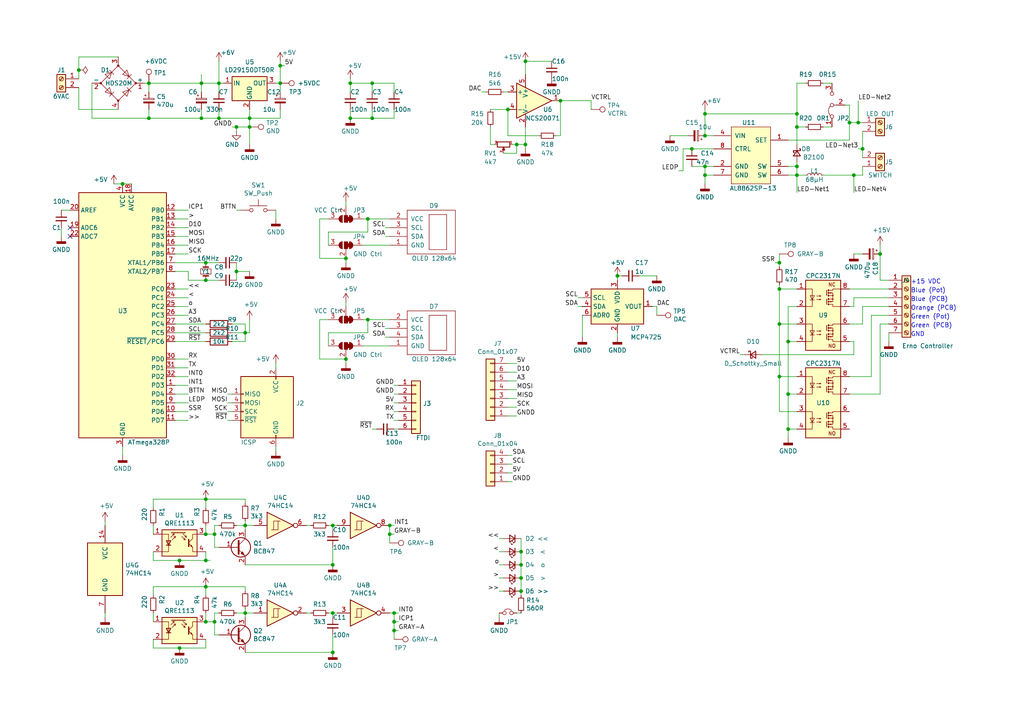
<source format=kicad_sch>
(kicad_sch (version 20211123) (generator eeschema)
  (paper "A4")
  (junction (at 81.28 24.13))
  (junction (at 114.3 177.8))
  (junction (at 114.3 180.34))
  (junction (at 43.18 34.29))
  (junction (at 72.39 36.83))
  (junction (at 228.6 99.06))
  (junction (at 59.69 144.78))
  (junction (at 59.69 170.18))
  (junction (at 231.14 50.8))
  (junction (at 226.06 76.2))
  (junction (at 113.03 154.94))
  (junction (at 101.6 34.29))
  (junction (at 59.69 162.56))
  (junction (at 204.47 33.02))
  (junction (at 231.14 33.02))
  (junction (at 96.52 177.8))
  (junction (at 226.06 83.82))
  (junction (at 22.86 20.32))
  (junction (at 107.95 24.13))
  (junction (at 248.92 35.56))
  (junction (at 151.13 163.83))
  (junction (at 147.32 31.75))
  (junction (at 151.13 160.02))
  (junction (at 52.07 187.96))
  (junction (at 162.56 29.21))
  (junction (at 204.47 39.37))
  (junction (at 59.69 76.2))
  (junction (at 107.95 34.29))
  (junction (at 247.65 50.8))
  (junction (at 106.68 63.5))
  (junction (at 59.69 154.94))
  (junction (at 231.14 48.26))
  (junction (at 152.4 17.78))
  (junction (at 68.58 36.83))
  (junction (at 71.12 152.4))
  (junction (at 226.06 109.22))
  (junction (at 62.23 180.34))
  (junction (at 226.06 93.98))
  (junction (at 151.13 171.45))
  (junction (at 71.12 177.8))
  (junction (at 35.56 53.34))
  (junction (at 151.13 167.64))
  (junction (at 96.52 152.4))
  (junction (at 100.33 74.93))
  (junction (at 100.33 104.14))
  (junction (at 179.07 80.01))
  (junction (at 58.42 34.29))
  (junction (at 62.23 154.94))
  (junction (at 101.6 24.13))
  (junction (at 152.4 41.91))
  (junction (at 231.14 36.83))
  (junction (at 113.03 152.4))
  (junction (at 59.69 180.34))
  (junction (at 71.12 96.52))
  (junction (at 149.86 41.91))
  (junction (at 72.39 34.29))
  (junction (at 63.5 34.29))
  (junction (at 250.19 43.18))
  (junction (at 114.3 182.88))
  (junction (at 52.07 162.56))
  (junction (at 204.47 50.8))
  (junction (at 204.47 48.26))
  (junction (at 96.52 163.83))
  (junction (at 58.42 24.13))
  (junction (at 96.52 189.23))
  (junction (at 59.69 81.28))
  (junction (at 255.27 73.66))
  (junction (at 246.38 35.56))
  (junction (at 63.5 24.13))
  (junction (at 228.6 114.3))
  (junction (at 200.66 43.18))
  (junction (at 81.28 19.05))
  (junction (at 106.68 92.71))
  (junction (at 68.58 78.74))
  (junction (at 43.18 24.13))
  (junction (at 228.6 124.46))
  (no_connect (at 20.32 68.58))
  (no_connect (at 20.32 66.04))
  (wire (pts (xy 148.59 41.91) (xy 149.86 41.91)))
  (wire (pts (xy 204.47 48.26) (xy 207.01 48.26)))
  (wire (pts (xy 71.12 152.4) (xy 71.12 151.13)))
  (wire (pts (xy 68.58 177.8) (xy 71.12 177.8)))
  (wire (pts (xy 58.42 31.75) (xy 58.42 34.29)))
  (wire (pts (xy 81.28 24.13) (xy 81.28 26.67)))
  (wire (pts (xy 44.45 180.34) (xy 44.45 177.8)))
  (wire (pts (xy 200.66 43.18) (xy 198.12 43.18)))
  (wire (pts (xy 160.02 17.78) (xy 152.4 17.78)))
  (wire (pts (xy 204.47 53.34) (xy 204.47 50.8)))
  (wire (pts (xy 246.38 114.3) (xy 255.27 114.3)))
  (wire (pts (xy 231.14 114.3) (xy 228.6 114.3)))
  (wire (pts (xy 67.31 93.98) (xy 71.12 93.98)))
  (wire (pts (xy 111.76 68.58) (xy 113.03 68.58)))
  (wire (pts (xy 95.25 152.4) (xy 96.52 152.4)))
  (wire (pts (xy 114.3 182.88) (xy 114.3 185.42)))
  (wire (pts (xy 250.19 48.26) (xy 250.19 50.8)))
  (wire (pts (xy 67.31 96.52) (xy 71.12 96.52)))
  (wire (pts (xy 50.8 116.84) (xy 54.61 116.84)))
  (wire (pts (xy 101.6 31.75) (xy 101.6 34.29)))
  (wire (pts (xy 214.63 102.87) (xy 215.9 102.87)))
  (wire (pts (xy 81.28 19.05) (xy 82.55 19.05)))
  (wire (pts (xy 88.9 152.4) (xy 90.17 152.4)))
  (wire (pts (xy 81.28 31.75) (xy 81.28 34.29)))
  (wire (pts (xy 247.65 55.88) (xy 247.65 50.8)))
  (wire (pts (xy 71.12 177.8) (xy 71.12 176.53)))
  (wire (pts (xy 231.14 41.91) (xy 231.14 36.83)))
  (wire (pts (xy 147.32 110.49) (xy 149.86 110.49)))
  (wire (pts (xy 139.7 26.67) (xy 140.97 26.67)))
  (wire (pts (xy 68.58 152.4) (xy 71.12 152.4)))
  (wire (pts (xy 59.69 170.18) (xy 71.12 170.18)))
  (wire (pts (xy 58.42 21.59) (xy 58.42 24.13)))
  (wire (pts (xy 59.69 76.2) (xy 63.5 76.2)))
  (wire (pts (xy 35.56 129.54) (xy 35.56 132.08)))
  (wire (pts (xy 179.07 96.52) (xy 179.07 97.79)))
  (wire (pts (xy 226.06 93.98) (xy 226.06 83.82)))
  (wire (pts (xy 226.06 73.66) (xy 226.06 76.2)))
  (wire (pts (xy 114.3 177.8) (xy 114.3 180.34)))
  (wire (pts (xy 68.58 78.74) (xy 68.58 81.28)))
  (wire (pts (xy 228.6 40.64) (xy 246.38 40.64)))
  (wire (pts (xy 101.6 34.29) (xy 107.95 34.29)))
  (wire (pts (xy 107.95 124.46) (xy 109.22 124.46)))
  (wire (pts (xy 22.86 20.32) (xy 22.86 16.51)))
  (wire (pts (xy 151.13 167.64) (xy 151.13 171.45)))
  (wire (pts (xy 149.86 177.8) (xy 151.13 177.8)))
  (wire (pts (xy 144.78 156.21) (xy 146.05 156.21)))
  (wire (pts (xy 71.12 163.83) (xy 96.52 163.83)))
  (wire (pts (xy 30.48 177.8) (xy 30.48 179.07)))
  (wire (pts (xy 247.65 99.06) (xy 247.65 102.87)))
  (wire (pts (xy 68.58 78.74) (xy 72.39 78.74)))
  (wire (pts (xy 204.47 50.8) (xy 207.01 50.8)))
  (wire (pts (xy 64.77 24.13) (xy 63.5 24.13)))
  (wire (pts (xy 111.76 97.79) (xy 113.03 97.79)))
  (wire (pts (xy 17.78 60.96) (xy 20.32 60.96)))
  (wire (pts (xy 231.14 36.83) (xy 231.14 33.02)))
  (wire (pts (xy 50.8 88.9) (xy 54.61 88.9)))
  (wire (pts (xy 44.45 154.94) (xy 44.45 152.4)))
  (wire (pts (xy 72.39 36.83) (xy 72.39 41.91)))
  (wire (pts (xy 247.65 86.36) (xy 247.65 88.9)))
  (wire (pts (xy 144.78 163.83) (xy 146.05 163.83)))
  (wire (pts (xy 238.76 36.83) (xy 241.3 36.83)))
  (wire (pts (xy 228.6 114.3) (xy 228.6 124.46)))
  (wire (pts (xy 171.45 29.21) (xy 171.45 31.75)))
  (wire (pts (xy 246.38 88.9) (xy 247.65 88.9)))
  (wire (pts (xy 241.3 24.13) (xy 238.76 24.13)))
  (wire (pts (xy 52.07 162.56) (xy 59.69 162.56)))
  (wire (pts (xy 114.3 119.38) (xy 115.57 119.38)))
  (wire (pts (xy 50.8 109.22) (xy 54.61 109.22)))
  (wire (pts (xy 142.24 31.75) (xy 147.32 31.75)))
  (wire (pts (xy 95.25 63.5) (xy 92.71 63.5)))
  (wire (pts (xy 105.41 63.5) (xy 106.68 63.5)))
  (wire (pts (xy 247.65 73.66) (xy 250.19 73.66)))
  (wire (pts (xy 50.8 119.38) (xy 54.61 119.38)))
  (wire (pts (xy 106.68 67.31) (xy 106.68 63.5)))
  (wire (pts (xy 233.68 36.83) (xy 231.14 36.83)))
  (wire (pts (xy 247.65 50.8) (xy 250.19 50.8)))
  (wire (pts (xy 114.3 121.92) (xy 115.57 121.92)))
  (wire (pts (xy 180.34 80.01) (xy 179.07 80.01)))
  (wire (pts (xy 231.14 55.88) (xy 231.14 50.8)))
  (wire (pts (xy 81.28 19.05) (xy 81.28 24.13)))
  (wire (pts (xy 246.38 35.56) (xy 248.92 35.56)))
  (wire (pts (xy 71.12 144.78) (xy 59.69 144.78)))
  (wire (pts (xy 71.12 144.78) (xy 71.12 146.05)))
  (wire (pts (xy 204.47 39.37) (xy 207.01 39.37)))
  (wire (pts (xy 147.32 132.08) (xy 148.59 132.08)))
  (wire (pts (xy 101.6 24.13) (xy 107.95 24.13)))
  (wire (pts (xy 151.13 156.21) (xy 151.13 160.02)))
  (wire (pts (xy 204.47 50.8) (xy 204.47 48.26)))
  (wire (pts (xy 52.07 187.96) (xy 59.69 187.96)))
  (wire (pts (xy 95.25 96.52) (xy 106.68 96.52)))
  (wire (pts (xy 72.39 36.83) (xy 68.58 36.83)))
  (wire (pts (xy 54.61 78.74) (xy 54.61 81.28)))
  (wire (pts (xy 189.23 88.9) (xy 190.5 88.9)))
  (wire (pts (xy 147.32 134.62) (xy 148.59 134.62)))
  (wire (pts (xy 95.25 71.12) (xy 95.25 67.31)))
  (wire (pts (xy 35.56 53.34) (xy 33.02 53.34)))
  (wire (pts (xy 62.23 177.8) (xy 62.23 180.34)))
  (wire (pts (xy 68.58 60.96) (xy 69.85 60.96)))
  (wire (pts (xy 162.56 29.21) (xy 171.45 29.21)))
  (wire (pts (xy 50.8 99.06) (xy 59.69 99.06)))
  (wire (pts (xy 44.45 187.96) (xy 52.07 187.96)))
  (wire (pts (xy 115.57 180.34) (xy 114.3 180.34)))
  (wire (pts (xy 147.32 107.95) (xy 149.86 107.95)))
  (wire (pts (xy 194.31 39.37) (xy 199.39 39.37)))
  (wire (pts (xy 59.69 162.56) (xy 59.69 160.02)))
  (wire (pts (xy 26.67 24.13) (xy 26.67 34.29)))
  (wire (pts (xy 255.27 114.3) (xy 255.27 93.98)))
  (wire (pts (xy 247.65 86.36) (xy 257.81 86.36)))
  (wire (pts (xy 111.76 95.25) (xy 113.03 95.25)))
  (wire (pts (xy 228.6 99.06) (xy 231.14 99.06)))
  (wire (pts (xy 114.3 24.13) (xy 114.3 26.67)))
  (wire (pts (xy 105.41 71.12) (xy 113.03 71.12)))
  (wire (pts (xy 96.52 153.67) (xy 96.52 152.4)))
  (wire (pts (xy 22.86 16.51) (xy 34.29 16.51)))
  (wire (pts (xy 149.86 41.91) (xy 152.4 41.91)))
  (wire (pts (xy 50.8 104.14) (xy 54.61 104.14)))
  (wire (pts (xy 105.41 92.71) (xy 106.68 92.71)))
  (wire (pts (xy 80.01 129.54) (xy 80.01 130.81)))
  (wire (pts (xy 71.12 93.98) (xy 71.12 96.52)))
  (wire (pts (xy 22.86 22.86) (xy 22.86 20.32)))
  (wire (pts (xy 50.8 93.98) (xy 59.69 93.98)))
  (wire (pts (xy 228.6 50.8) (xy 231.14 50.8)))
  (wire (pts (xy 63.5 24.13) (xy 63.5 26.67)))
  (wire (pts (xy 147.32 39.37) (xy 147.32 31.75)))
  (wire (pts (xy 168.91 91.44) (xy 168.91 97.79)))
  (wire (pts (xy 179.07 80.01) (xy 179.07 81.28)))
  (wire (pts (xy 43.18 26.67) (xy 43.18 24.13)))
  (wire (pts (xy 255.27 71.12) (xy 255.27 73.66)))
  (wire (pts (xy 168.91 88.9) (xy 167.64 88.9)))
  (wire (pts (xy 228.6 99.06) (xy 228.6 114.3)))
  (wire (pts (xy 252.73 109.22) (xy 252.73 91.44)))
  (wire (pts (xy 246.38 30.48) (xy 246.38 35.56)))
  (wire (pts (xy 146.05 44.45) (xy 149.86 44.45)))
  (wire (pts (xy 92.71 104.14) (xy 100.33 104.14)))
  (wire (pts (xy 50.8 78.74) (xy 54.61 78.74)))
  (wire (pts (xy 246.38 109.22) (xy 252.73 109.22)))
  (wire (pts (xy 44.45 185.42) (xy 44.45 187.96)))
  (wire (pts (xy 50.8 91.44) (xy 54.61 91.44)))
  (wire (pts (xy 63.5 177.8) (xy 62.23 177.8)))
  (wire (pts (xy 250.19 43.18) (xy 250.19 45.72)))
  (wire (pts (xy 248.92 29.21) (xy 248.92 35.56)))
  (wire (pts (xy 107.95 34.29) (xy 107.95 31.75)))
  (wire (pts (xy 92.71 92.71) (xy 92.71 104.14)))
  (wire (pts (xy 63.5 34.29) (xy 72.39 34.29)))
  (wire (pts (xy 54.61 81.28) (xy 59.69 81.28)))
  (wire (pts (xy 231.14 50.8) (xy 233.68 50.8)))
  (wire (pts (xy 250.19 88.9) (xy 250.19 93.98)))
  (wire (pts (xy 200.66 48.26) (xy 204.47 48.26)))
  (wire (pts (xy 113.03 177.8) (xy 114.3 177.8)))
  (wire (pts (xy 66.04 121.92) (xy 67.31 121.92)))
  (wire (pts (xy 231.14 24.13) (xy 231.14 33.02)))
  (wire (pts (xy 80.01 105.41) (xy 80.01 106.68)))
  (wire (pts (xy 226.06 82.55) (xy 226.06 83.82)))
  (wire (pts (xy 59.69 180.34) (xy 62.23 180.34)))
  (wire (pts (xy 113.03 154.94) (xy 114.3 154.94)))
  (wire (pts (xy 226.06 119.38) (xy 231.14 119.38)))
  (wire (pts (xy 67.31 99.06) (xy 71.12 99.06)))
  (wire (pts (xy 50.8 68.58) (xy 54.61 68.58)))
  (wire (pts (xy 162.56 29.21) (xy 162.56 39.37)))
  (wire (pts (xy 95.25 67.31) (xy 106.68 67.31)))
  (wire (pts (xy 106.68 92.71) (xy 113.03 92.71)))
  (wire (pts (xy 80.01 60.96) (xy 80.01 63.5)))
  (wire (pts (xy 152.4 41.91) (xy 152.4 43.18)))
  (wire (pts (xy 152.4 17.78) (xy 152.4 21.59)))
  (wire (pts (xy 252.73 91.44) (xy 257.81 91.44)))
  (wire (pts (xy 63.5 31.75) (xy 63.5 34.29)))
  (wire (pts (xy 71.12 153.67) (xy 71.12 152.4)))
  (wire (pts (xy 62.23 184.15) (xy 63.5 184.15)))
  (wire (pts (xy 257.81 88.9) (xy 250.19 88.9)))
  (wire (pts (xy 226.06 83.82) (xy 231.14 83.82)))
  (wire (pts (xy 41.91 24.13) (xy 43.18 24.13)))
  (wire (pts (xy 106.68 96.52) (xy 106.68 92.71)))
  (wire (pts (xy 114.3 114.3) (xy 115.57 114.3)))
  (wire (pts (xy 44.45 147.32) (xy 44.45 144.78)))
  (wire (pts (xy 246.38 99.06) (xy 247.65 99.06)))
  (wire (pts (xy 226.06 109.22) (xy 231.14 109.22)))
  (wire (pts (xy 204.47 33.02) (xy 231.14 33.02)))
  (wire (pts (xy 96.52 184.15) (xy 96.52 189.23)))
  (wire (pts (xy 226.06 93.98) (xy 231.14 93.98)))
  (wire (pts (xy 224.79 76.2) (xy 226.06 76.2)))
  (wire (pts (xy 50.8 71.12) (xy 54.61 71.12)))
  (wire (pts (xy 96.52 158.75) (xy 96.52 163.83)))
  (wire (pts (xy 59.69 170.18) (xy 59.69 172.72)))
  (wire (pts (xy 58.42 34.29) (xy 63.5 34.29)))
  (wire (pts (xy 100.33 58.42) (xy 100.33 59.69)))
  (wire (pts (xy 95.25 177.8) (xy 96.52 177.8)))
  (wire (pts (xy 50.8 111.76) (xy 54.61 111.76)))
  (wire (pts (xy 50.8 106.68) (xy 54.61 106.68)))
  (wire (pts (xy 246.38 83.82) (xy 257.81 83.82)))
  (wire (pts (xy 246.38 35.56) (xy 246.38 40.64)))
  (wire (pts (xy 147.32 118.11) (xy 149.86 118.11)))
  (wire (pts (xy 44.45 144.78) (xy 59.69 144.78)))
  (wire (pts (xy 60.96 162.56) (xy 59.69 162.56)))
  (wire (pts (xy 190.5 91.44) (xy 190.5 88.9)))
  (wire (pts (xy 250.19 38.1) (xy 250.19 43.18)))
  (wire (pts (xy 44.45 162.56) (xy 52.07 162.56)))
  (wire (pts (xy 50.8 114.3) (xy 54.61 114.3)))
  (wire (pts (xy 17.78 66.04) (xy 17.78 68.58)))
  (wire (pts (xy 228.6 124.46) (xy 231.14 124.46)))
  (wire (pts (xy 114.3 34.29) (xy 114.3 31.75)))
  (wire (pts (xy 144.78 177.8) (xy 144.78 179.07)))
  (wire (pts (xy 71.12 177.8) (xy 73.66 177.8)))
  (wire (pts (xy 68.58 76.2) (xy 68.58 78.74)))
  (wire (pts (xy 92.71 63.5) (xy 92.71 74.93)))
  (wire (pts (xy 50.8 96.52) (xy 59.69 96.52)))
  (wire (pts (xy 255.27 73.66) (xy 255.27 81.28)))
  (wire (pts (xy 107.95 24.13) (xy 114.3 24.13)))
  (wire (pts (xy 50.8 121.92) (xy 54.61 121.92)))
  (wire (pts (xy 147.32 139.7) (xy 148.59 139.7)))
  (wire (pts (xy 72.39 31.75) (xy 72.39 34.29)))
  (wire (pts (xy 168.91 86.36) (xy 167.64 86.36)))
  (wire (pts (xy 231.14 50.8) (xy 231.14 48.26)))
  (wire (pts (xy 44.45 172.72) (xy 44.45 170.18)))
  (wire (pts (xy 226.06 76.2) (xy 226.06 77.47)))
  (wire (pts (xy 111.76 66.04) (xy 113.03 66.04)))
  (wire (pts (xy 114.3 116.84) (xy 115.57 116.84)))
  (wire (pts (xy 92.71 74.93) (xy 100.33 74.93)))
  (wire (pts (xy 67.31 36.83) (xy 68.58 36.83)))
  (wire (pts (xy 147.32 105.41) (xy 149.86 105.41)))
  (wire (pts (xy 62.23 180.34) (xy 62.23 184.15)))
  (wire (pts (xy 247.65 102.87) (xy 220.98 102.87)))
  (wire (pts (xy 72.39 96.52) (xy 72.39 92.71)))
  (wire (pts (xy 59.69 177.8) (xy 59.69 180.34)))
  (wire (pts (xy 72.39 34.29) (xy 81.28 34.29)))
  (wire (pts (xy 43.18 24.13) (xy 58.42 24.13)))
  (wire (pts (xy 114.3 180.34) (xy 114.3 182.88)))
  (wire (pts (xy 114.3 111.76) (xy 115.57 111.76)))
  (wire (pts (xy 95.25 100.33) (xy 95.25 96.52)))
  (wire (pts (xy 152.4 36.83) (xy 152.4 41.91)))
  (wire (pts (xy 231.14 88.9) (xy 228.6 88.9)))
  (wire (pts (xy 63.5 152.4) (xy 62.23 152.4)))
  (wire (pts (xy 185.42 80.01) (xy 190.5 80.01)))
  (wire (pts (xy 66.04 116.84) (xy 67.31 116.84)))
  (wire (pts (xy 50.8 63.5) (xy 54.61 63.5)))
  (wire (pts (xy 142.24 41.91) (xy 143.51 41.91)))
  (wire (pts (xy 115.57 177.8) (xy 114.3 177.8)))
  (wire (pts (xy 149.86 44.45) (xy 149.86 41.91)))
  (wire (pts (xy 63.5 17.78) (xy 63.5 24.13)))
  (wire (pts (xy 147.32 113.03) (xy 149.86 113.03)))
  (wire (pts (xy 30.48 152.4) (xy 30.48 151.13)))
  (wire (pts (xy 71.12 96.52) (xy 72.39 96.52)))
  (wire (pts (xy 147.32 120.65) (xy 149.86 120.65)))
  (wire (pts (xy 231.14 48.26) (xy 228.6 48.26)))
  (wire (pts (xy 226.06 109.22) (xy 226.06 93.98)))
  (wire (pts (xy 151.13 163.83) (xy 151.13 167.64)))
  (wire (pts (xy 71.12 189.23) (xy 96.52 189.23)))
  (wire (pts (xy 107.95 34.29) (xy 114.3 34.29)))
  (wire (pts (xy 107.95 24.13) (xy 107.95 26.67)))
  (wire (pts (xy 95.25 92.71) (xy 92.71 92.71)))
  (wire (pts (xy 62.23 152.4) (xy 62.23 154.94)))
  (wire (pts (xy 238.76 50.8) (xy 247.65 50.8)))
  (wire (pts (xy 96.52 179.07) (xy 96.52 177.8)))
  (wire (pts (xy 114.3 124.46) (xy 115.57 124.46)))
  (wire (pts (xy 101.6 26.67) (xy 101.6 24.13)))
  (wire (pts (xy 66.04 114.3) (xy 67.31 114.3)))
  (wire (pts (xy 144.78 167.64) (xy 146.05 167.64)))
  (wire (pts (xy 144.78 160.02) (xy 146.05 160.02)))
  (wire (pts (xy 59.69 81.28) (xy 63.5 81.28)))
  (wire (pts (xy 248.92 35.56) (xy 250.19 35.56)))
  (wire (pts (xy 96.52 152.4) (xy 97.79 152.4)))
  (wire (pts (xy 100.33 87.63) (xy 100.33 88.9)))
  (wire (pts (xy 106.68 63.5) (xy 113.03 63.5)))
  (wire (pts (xy 228.6 124.46) (xy 228.6 127)))
  (wire (pts (xy 257.81 81.28) (xy 255.27 81.28)))
  (wire (pts (xy 26.67 34.29) (xy 43.18 34.29)))
  (wire (pts (xy 228.6 88.9) (xy 228.6 99.06)))
  (wire (pts (xy 50.8 86.36) (xy 54.61 86.36)))
  (wire (pts (xy 151.13 171.45) (xy 151.13 172.72)))
  (wire (pts (xy 147.32 137.16) (xy 148.59 137.16)))
  (wire (pts (xy 50.8 60.96) (xy 54.61 60.96)))
  (wire (pts (xy 257.81 96.52) (xy 257.81 99.06)))
  (wire (pts (xy 151.13 160.02) (xy 151.13 163.83)))
  (wire (pts (xy 68.58 36.83) (xy 68.58 38.1)))
  (wire (pts (xy 248.92 43.18) (xy 250.19 43.18)))
  (wire (pts (xy 113.03 154.94) (xy 113.03 157.48)))
  (wire (pts (xy 59.69 144.78) (xy 59.69 147.32)))
  (wire (pts (xy 204.47 33.02) (xy 204.47 31.75)))
  (wire (pts (xy 71.12 96.52) (xy 71.12 99.06)))
  (wire (pts (xy 44.45 170.18) (xy 59.69 170.18)))
  (wire (pts (xy 144.78 171.45) (xy 146.05 171.45)))
  (wire (pts (xy 58.42 26.67) (xy 58.42 24.13)))
  (wire (pts (xy 255.27 93.98) (xy 257.81 93.98)))
  (wire (pts (xy 88.9 177.8) (xy 90.17 177.8)))
  (wire (pts (xy 72.39 36.83) (xy 72.39 34.29)))
  (wire (pts (xy 250.19 93.98) (xy 246.38 93.98)))
  (wire (pts (xy 62.23 154.94) (xy 62.23 158.75)))
  (wire (pts (xy 71.12 152.4) (xy 73.66 152.4)))
  (wire (pts (xy 231.14 24.13) (xy 233.68 24.13)))
  (wire (pts (xy 231.14 48.26) (xy 231.14 46.99)))
  (wire (pts (xy 162.56 39.37) (xy 161.29 39.37)))
  (wire (pts (xy 58.42 24.13) (xy 63.5 24.13)))
  (wire (pts (xy 50.8 73.66) (xy 54.61 73.66)))
  (wire (pts (xy 43.18 34.29) (xy 58.42 34.29)))
  (wire (pts (xy 105.41 100.33) (xy 113.03 100.33)))
  (wire (pts (xy 50.8 76.2) (xy 59.69 76.2)))
  (wire (pts (xy 96.52 177.8) (xy 97.79 177.8)))
  (wire (pts (xy 113.03 152.4) (xy 114.3 152.4)))
  (wire (pts (xy 71.12 179.07) (xy 71.12 177.8)))
  (wire (pts (xy 226.06 119.38) (xy 226.06 109.22)))
  (wire (pts (xy 115.57 182.88) (xy 114.3 182.88)))
  (wire (pts (xy 147.32 115.57) (xy 149.86 115.57)))
  (wire (pts (xy 100.33 104.14) (xy 100.33 105.41)))
  (wire (pts (xy 142.24 36.83) (xy 142.24 41.91)))
  (wire (pts (xy 22.86 25.4) (xy 22.86 31.75)))
  (wire (pts (xy 198.12 43.18) (xy 198.12 49.53)))
  (wire (pts (xy 101.6 22.86) (xy 101.6 24.13)))
  (wire (pts (xy 44.45 160.02) (xy 44.45 162.56)))
  (wire (pts (xy 59.69 187.96) (xy 59.69 185.42)))
  (wire (pts (xy 35.56 53.34) (xy 38.1 53.34)))
  (wire (pts (xy 59.69 154.94) (xy 62.23 154.94)))
  (wire (pts (xy 22.86 31.75) (xy 34.29 31.75)))
  (wire (pts (xy 50.8 83.82) (xy 54.61 83.82)))
  (wire (pts (xy 62.23 158.75) (xy 63.5 158.75)))
  (wire (pts (xy 81.28 19.05) (xy 81.28 17.78)))
  (wire (pts (xy 204.47 33.02) (xy 204.47 39.37)))
  (wire (pts (xy 198.12 49.53) (xy 196.85 49.53)))
  (wire (pts (xy 156.21 39.37) (xy 147.32 39.37)))
  (wire (pts (xy 246.38 30.48) (xy 245.11 30.48)))
  (wire (pts (xy 50.8 66.04) (xy 54.61 66.04)))
  (wire (pts (xy 147.32 26.67) (xy 146.05 26.67)))
  (wire (pts (xy 71.12 170.18) (xy 71.12 171.45)))
  (wire (pts (xy 66.04 119.38) (xy 67.31 119.38)))
  (wire (pts (xy 100.33 74.93) (xy 100.33 76.2)))
  (wire (pts (xy 80.01 24.13) (xy 81.28 24.13)))
  (wire (pts (xy 59.69 152.4) (xy 59.69 154.94)))
  (wire (pts (xy 43.18 31.75) (xy 43.18 34.29)))
  (wire (pts (xy 200.66 43.18) (xy 207.01 43.18)))
  (wire (pts (xy 113.03 152.4) (xy 113.03 154.94)))
  (text "GND" (at 264.16 97.79 0) (effects (font (size 1.27 1.27)) (justify left bottom)))
  (text "+15 VDC" (at 264.16 82.55 0) (effects (font (size 1.27 1.27)) (justify left bottom)))
  (text "Green (PCB)" (at 264.16 95.25 0) (effects (font (size 1.27 1.27)) (justify left bottom)))
  (text "Blue (Pot)" (at 264.16 85.09 0) (effects (font (size 1.27 1.27)) (justify left bottom)))
  (text "Green (Pot)" (at 264.16 92.71 0) (effects (font (size 1.27 1.27)) (justify left bottom)))
  (text "Orange (PCB)" (at 264.16 90.17 0) (effects (font (size 1.27 1.27)) (justify left bottom)))
  (text "Blue (PCB)" (at 264.16 87.63 0) (effects (font (size 1.27 1.27)) (justify left bottom)))
  (label "LED-Net1" (at 231.14 55.88 0))
  (label "GNDD" (at 149.86 120.65 0))
  (label "5V" (at 114.3 116.84 180))
  (label "MOSI" (at 149.86 113.03 0))
  (label "INT1" (at 114.3 152.4 0))
  (label "LED-Net3" (at 248.92 43.18 180))
  (label "LEDP" (at 196.85 49.53 180))
  (label "GNDD" (at 114.3 114.3 180))
  (label "5V" (at 148.59 137.16 0))
  (label "TX" (at 114.3 121.92 180))
  (label "GRAY-A" (at 115.57 182.88 0))
  (label "SDA" (at 54.61 93.98 0))
  (label "RX" (at 54.61 104.14 0))
  (label ">>" (at 54.61 121.92 0))
  (label "ICP1" (at 115.57 180.34 0))
  (label "o" (at 144.78 163.83 180))
  (label "<" (at 54.61 86.36 0))
  (label "<<" (at 54.61 83.82 0))
  (label "5V" (at 149.86 105.41 0))
  (label "D10" (at 54.61 66.04 0))
  (label "SCL" (at 148.59 134.62 0))
  (label "BTTN" (at 68.58 60.96 180))
  (label "SSR" (at 54.61 119.38 0))
  (label "LEDP" (at 54.61 116.84 0))
  (label "MOSI" (at 54.61 68.58 0))
  (label "SDA" (at 148.59 132.08 0))
  (label "<" (at 144.78 160.02 180))
  (label ">" (at 144.78 167.64 180))
  (label "MOSI" (at 66.04 116.84 180))
  (label "TX" (at 54.61 106.68 0))
  (label "SDA" (at 111.76 97.79 180))
  (label "o" (at 54.61 88.9 0))
  (label "LED-Net2" (at 248.92 29.21 0))
  (label "D10" (at 149.86 107.95 0))
  (label "SCL" (at 167.64 86.36 180))
  (label "SCL" (at 54.61 96.52 0))
  (label "A3" (at 149.86 110.49 0))
  (label "MISO" (at 66.04 114.3 180))
  (label "GNDD" (at 114.3 111.76 180))
  (label "ICP1" (at 54.61 60.96 0))
  (label "~{RST}" (at 107.95 124.46 180))
  (label "GRAY-B" (at 114.3 154.94 0))
  (label "SSR" (at 224.79 76.2 180))
  (label "SCK" (at 149.86 118.11 0))
  (label "SCK" (at 66.04 119.38 180))
  (label "SDA" (at 111.76 68.58 180))
  (label "DAC" (at 190.5 88.9 0))
  (label "SDA" (at 167.64 88.9 180))
  (label "~{RST}" (at 54.61 99.06 0))
  (label "INT0" (at 54.61 109.22 0))
  (label "A3" (at 54.61 91.44 0))
  (label "INT0" (at 115.57 177.8 0))
  (label "SCL" (at 111.76 95.25 180))
  (label "MISO" (at 149.86 115.57 0))
  (label "5V" (at 82.55 19.05 0))
  (label "GNDD" (at 67.31 36.83 180))
  (label "RX" (at 114.3 119.38 180))
  (label ">" (at 54.61 63.5 0))
  (label "SCK" (at 54.61 73.66 0))
  (label ">>" (at 144.78 171.45 180))
  (label "INT1" (at 54.61 111.76 0))
  (label "SCL" (at 111.76 66.04 180))
  (label "BTTN" (at 54.61 114.3 0))
  (label "DAC" (at 139.7 26.67 180))
  (label "<<" (at 144.78 156.21 180))
  (label "LED-Net4" (at 247.65 55.88 0))
  (label "~{RST}" (at 66.04 121.92 180))
  (label "MISO" (at 54.61 71.12 0))
  (label "VCTRL" (at 171.45 29.21 0))
  (label "GNDD" (at 148.59 139.7 0))
  (label "VCTRL" (at 214.63 102.87 180))
  (symbol (lib_id "Connector_Generic:Conn_01x07") (at 142.24 113.03 180) (unit 1)
    (property "Reference" "J7" (at 144.3228 99.695 0))
    (property "Value" "Conn_01x07" (at 144.3228 102.0064 0))
    (property "Footprint" "Connector_PinSocket_2.54mm:PinSocket_1x07_P2.54mm_Vertical" (effects hide))
  )
  (symbol (lib_id "MCU_Microchip_ATmega:ATmega328P-AU") (at 35.56 91.44 0) (unit 1)
    (property "Reference" "U3" (at 35.56 90.17 0))
    (property "Value" "ATmega328P" (at 43.18 128.27 0))
    (property "Footprint" "Package_QFP:TQFP-32_7x7mm_P0.8mm" (effects hide))
    (property "Datasheet" "http://ww1.microchip.com/downloads/en/DeviceDoc/ATmega328_P%20AVR%20MCU%20with%20picoPower%20Technology%20Data%20Sheet%2040001984A.pdf" (effects hide))
  )
  (symbol (lib_id "Device:C_Small") (at 66.04 76.2 270) (unit 1)
    (property "Reference" "C8" (at 63.5 77.47 90))
    (property "Value" "22p" (at 68.58 74.93 90))
    (property "Footprint" "Capacitor_SMD:C_0805_2012Metric" (effects hide))
  )
  (symbol (lib_id "Device:C_Small") (at 66.04 81.28 90) (mirror x) (unit 1)
    (property "Reference" "C9" (at 63.5 80.01 90))
    (property "Value" "22p" (at 68.58 82.55 90))
    (property "Footprint" "Capacitor_SMD:C_0805_2012Metric" (effects hide))
  )
  (symbol (lib_id "Device:C_Small") (at 17.78 63.5 0) (unit 1)
    (property "Reference" "C1" (at 17.78 66.04 0) (effects (justify right)))
    (property "Value" "100n" (at 20.32 58.42 0) (effects (justify right)))
    (property "Footprint" "Capacitor_SMD:C_0805_2012Metric" (effects hide))
  )
  (symbol (lib_id "Device:Crystal_Small") (at 59.69 78.74 270) (unit 1)
    (property "Reference" "Y1" (at 58.42 78.74 90) (effects (justify left)))
    (property "Value" "16MHz" (at 57.15 74.93 90) (effects (justify left)))
    (property "Footprint" "Crystal:Crystal_SMD_Abracon_ABM3-2Pin_5.0x3.2mm" (effects hide))
  )
  (symbol (lib_id "power:GNDD") (at 72.39 78.74 0) (unit 1)
    (property "Reference" "#PWR010" (effects hide))
    (property "Value" "GNDD" (at 73.66 82.55 0))
  )
  (symbol (lib_id "power:GNDD") (at 17.78 68.58 0) (unit 1)
    (property "Reference" "#PWR01" (effects hide))
    (property "Value" "GNDD" (at 17.78 72.39 0))
  )
  (symbol (lib_id "power:+5V") (at 33.02 53.34 0) (unit 1)
    (property "Reference" "#PWR04" (effects hide))
    (property "Value" "+5V" (at 29.21 52.07 0))
  )
  (symbol (lib_id "power:GNDD") (at 35.56 132.08 0) (unit 1)
    (property "Reference" "#PWR07" (effects hide))
    (property "Value" "GNDD" (at 35.56 135.89 0))
  )
  (symbol (lib_id "power:+5V") (at 72.39 92.71 0) (unit 1)
    (property "Reference" "#PWR011" (effects hide))
    (property "Value" "+5V" (at 72.771 88.3158 0))
  )
  (symbol (lib_id "Device:R") (at 63.5 93.98 270) (unit 1)
    (property "Reference" "R9" (at 67.31 92.71 90))
    (property "Value" "2k2" (at 63.5 93.98 90))
    (property "Footprint" "Resistor_SMD:R_0805_2012Metric" (effects hide))
  )
  (symbol (lib_id "Device:R") (at 63.5 96.52 270) (unit 1)
    (property "Reference" "R10" (at 67.31 95.25 90))
    (property "Value" "2k2" (at 63.5 96.52 90))
    (property "Footprint" "Resistor_SMD:R_0805_2012Metric" (effects hide))
  )
  (symbol (lib_id "Device:R") (at 63.5 99.06 270) (unit 1)
    (property "Reference" "R11" (at 67.31 97.79 90))
    (property "Value" "10k" (at 63.5 99.06 90))
    (property "Footprint" "Resistor_SMD:R_0805_2012Metric" (effects hide))
  )
  (symbol (lib_id "Device:C_Small") (at 63.5 29.21 0) (unit 1)
    (property "Reference" "C7" (at 64.77 26.67 0))
    (property "Value" "330n" (at 62.23 31.75 0))
    (property "Footprint" "Capacitor_SMD:C_0805_2012Metric" (effects hide))
  )
  (symbol (lib_id "power:+5V") (at 81.28 17.78 0) (unit 1)
    (property "Reference" "#PWR016" (effects hide))
    (property "Value" "+5V" (at 83.82 15.24 0))
  )
  (symbol (lib_id "power:GNDD") (at 72.39 41.91 0) (unit 1)
    (property "Reference" "#PWR012" (effects hide))
    (property "Value" "GNDD" (at 72.39 45.72 0))
  )
  (symbol (lib_id "Device:CP_Small") (at 43.18 29.21 0) (unit 1)
    (property "Reference" "C5" (at 45.4152 28.0416 0) (effects (justify left)))
    (property "Value" "470u" (at 45.4152 30.353 0) (effects (justify left)))
    (property "Footprint" "Capacitor_SMD:CP_Elec_10x10" (effects hide))
    (property "Datasheet" "https://www.mouser.de/datasheet/2/293/e-wd-1511808.pdf" (effects hide))
  )
  (symbol (lib_id "Device:CP_Small") (at 58.42 29.21 0) (unit 1)
    (property "Reference" "C6" (at 54.61 26.67 0) (effects (justify left)))
    (property "Value" "100u" (at 53.34 31.75 0) (effects (justify left)))
    (property "Footprint" "Capacitor_SMD:CP_Elec_8x10.5" (effects hide))
  )
  (symbol (lib_id "74xx:74HC14") (at 81.28 177.8 0) (unit 1)
    (property "Reference" "U4" (at 81.28 169.7482 0))
    (property "Value" "74HC14" (at 81.28 172.0596 0))
    (property "Footprint" "Package_SO:SOIC-14_3.9x8.7mm_P1.27mm" (effects hide))
    (property "Datasheet" "https://www.mouser.de/datasheet/2/916/74HC_HCT14-1517185.pdf" (effects hide))
  )
  (symbol (lib_id "74xx:74HC14") (at 105.41 177.8 0) (unit 2)
    (property "Reference" "U4" (at 105.41 169.7482 0))
    (property "Value" "74HC14" (at 105.41 172.0596 0))
    (property "Footprint" "Package_SO:SOIC-14_3.9x8.7mm_P1.27mm" (effects hide))
    (property "Datasheet" "https://www.mouser.de/datasheet/2/916/74HC_HCT14-1517185.pdf" (effects hide))
  )
  (symbol (lib_id "Sensor_Proximity:QRE1113") (at 52.07 182.88 0) (unit 1)
    (property "Reference" "U2" (at 52.07 174.8282 0))
    (property "Value" "QRE1113" (at 52.07 177.1396 0))
    (property "Footprint" "ErnoCCC:QRE1113GR-slim" (effects hide))
    (property "Datasheet" "http://www.onsemi.com/pub/Collateral/QRE1113-D.PDF" (effects hide))
  )
  (symbol (lib_id "Connector_Generic:Conn_01x06") (at 120.65 116.84 0) (unit 1)
    (property "Reference" "J3" (at 122.682 117.0432 0) (effects (justify left)))
    (property "Value" "FTDI" (at 120.65 127 0) (effects (justify left)))
    (property "Footprint" "Connector_PinHeader_2.54mm:PinHeader_1x06_P2.54mm_Horizontal_shorter" (effects hide))
  )
  (symbol (lib_id "power:GND") (at 68.58 38.1 0) (unit 1)
    (property "Reference" "#PWR0101" (effects hide))
    (property "Value" "GND" (at 67.31 41.91 0))
  )
  (symbol (lib_id "Device:R_Small") (at 44.45 175.26 0) (unit 1)
    (property "Reference" "R2" (at 46.99 175.26 90) (effects (justify left)))
    (property "Value" "220" (at 41.91 176.53 90) (effects (justify left)))
    (property "Footprint" "Resistor_SMD:R_0805_2012Metric" (effects hide))
  )
  (symbol (lib_id "Device:R_Small") (at 59.69 175.26 0) (unit 1)
    (property "Reference" "R4" (at 57.15 175.26 90) (effects (justify left)))
    (property "Value" "47k" (at 62.23 176.53 90) (effects (justify left)))
    (property "Footprint" "Resistor_SMD:R_0805_2012Metric" (effects hide))
  )
  (symbol (lib_id "power:GNDD") (at 52.07 187.96 0) (unit 1)
    (property "Reference" "#PWR03" (effects hide))
    (property "Value" "GNDD" (at 52.07 191.77 0))
  )
  (symbol (lib_id "power:+5V") (at 59.69 170.18 0) (unit 1)
    (property "Reference" "#PWR06" (effects hide))
    (property "Value" "+5V" (at 60.071 165.7858 0))
  )
  (symbol (lib_id "Sensor_Proximity:QRE1113") (at 52.07 157.48 0) (unit 1)
    (property "Reference" "U1" (at 52.07 149.4282 0))
    (property "Value" "QRE1113" (at 52.07 151.7396 0))
    (property "Footprint" "ErnoCCC:QRE1113GR-slim" (effects hide))
    (property "Datasheet" "http://www.onsemi.com/pub/Collateral/QRE1113-D.PDF" (effects hide))
  )
  (symbol (lib_id "Device:R_Small") (at 44.45 149.86 0) (unit 1)
    (property "Reference" "R1" (at 46.99 149.86 90) (effects (justify left)))
    (property "Value" "220" (at 41.91 151.13 90) (effects (justify left)))
    (property "Footprint" "Resistor_SMD:R_0805_2012Metric" (effects hide))
  )
  (symbol (lib_id "Device:R_Small") (at 59.69 149.86 0) (unit 1)
    (property "Reference" "R3" (at 57.15 149.86 90) (effects (justify left)))
    (property "Value" "47k" (at 62.23 151.13 90) (effects (justify left)))
    (property "Footprint" "Resistor_SMD:R_0805_2012Metric" (effects hide))
  )
  (symbol (lib_id "power:GNDD") (at 52.07 162.56 0) (unit 1)
    (property "Reference" "#PWR02" (effects hide))
    (property "Value" "GNDD" (at 52.07 166.37 0))
  )
  (symbol (lib_id "power:+5V") (at 59.69 144.78 0) (unit 1)
    (property "Reference" "#PWR05" (effects hide))
    (property "Value" "+5V" (at 60.071 140.3858 0))
  )
  (symbol (lib_id "Connector:TestPoint") (at 81.28 24.13 270) (unit 1)
    (property "Reference" "TP3" (at 83.82 26.67 90) (effects (justify left)))
    (property "Value" "+5VDC" (at 86.36 24.13 90) (effects (justify left)))
    (property "Footprint" "TestPoint:TestPoint_THTPad_D1.5mm_Drill0.7mm" (effects hide))
  )
  (symbol (lib_id "Device:C_Small") (at 111.76 124.46 270) (unit 1)
    (property "Reference" "C13" (at 115.57 125.73 90) (effects (justify right)))
    (property "Value" "100n" (at 116.84 128.27 90) (effects (justify right)))
    (property "Footprint" "Capacitor_SMD:C_0805_2012Metric" (effects hide))
  )
  (symbol (lib_id "Connector:TestPoint") (at 43.18 24.13 0) (unit 1)
    (property "Reference" "TP1" (at 44.6532 21.1328 0) (effects (justify left)))
    (property "Value" "+6VDC" (at 41.91 17.78 0) (effects (justify left)))
    (property "Footprint" "TestPoint:TestPoint_THTPad_D1.5mm_Drill0.7mm" (effects hide))
  )
  (symbol (lib_id "Connector:Screw_Terminal_01x02") (at 17.78 22.86 0) (mirror y) (unit 1)
    (property "Reference" "J1" (at 17.78 20.32 0))
    (property "Value" "6VAC" (at 17.78 27.94 0))
    (property "Footprint" "TerminalBlock:TerminalBlock_bornier-2_P5.08mm" (effects hide))
  )
  (symbol (lib_id "Connector:TestPoint") (at 72.39 36.83 270) (unit 1)
    (property "Reference" "TP2" (at 77.1652 35.6616 90) (effects (justify left)))
    (property "Value" "GND" (at 77.1652 37.973 90) (effects (justify left)))
    (property "Footprint" "TestPoint:TestPoint_THTPad_2.0x2.0mm_Drill1.0mm" (effects hide))
  )
  (symbol (lib_id "Device:CP_Small") (at 252.73 73.66 270) (unit 1)
    (property "Reference" "C18" (at 253.8984 75.8952 0) (effects (justify left)))
    (property "Value" "470u" (at 251.587 75.8952 0) (effects (justify left)))
    (property "Footprint" "Capacitor_SMD:CP_Elec_10x10" (effects hide))
    (property "Datasheet" "https://www.mouser.de/datasheet/2/293/e-wd-1511808.pdf" (effects hide))
  )
  (symbol (lib_id "power:GNDD") (at 247.65 73.66 0) (unit 1)
    (property "Reference" "#PWR034" (effects hide))
    (property "Value" "GNDD" (at 247.65 77.47 0))
  )
  (symbol (lib_id "ErnoCCC-rescue:NCS20071-Amplifier_Operational") (at 154.94 29.21 0) (unit 1)
    (property "Reference" "U6" (at 157.48 31.75 0) (effects (justify left)))
    (property "Value" "NCS20071" (at 152.4 34.29 0) (effects (justify left)))
    (property "Footprint" "Package_TO_SOT_SMD:TSOT-23-5" (effects hide))
    (property "Datasheet" "https://www.mouser.de/datasheet/2/308/NCS20071-D-470030.pdf" (effects hide))
  )
  (symbol (lib_id "Device:R_Small") (at 158.75 39.37 270) (unit 1)
    (property "Reference" "R18" (at 158.75 41.91 90))
    (property "Value" "47k" (at 158.75 44.45 90))
    (property "Footprint" "Resistor_SMD:R_0805_2012Metric" (effects hide))
  )
  (symbol (lib_id "Device:R_Small") (at 142.24 34.29 180) (unit 1)
    (property "Reference" "R15" (at 138.43 33.02 0))
    (property "Value" "20k" (at 138.43 35.56 0))
    (property "Footprint" "Resistor_SMD:R_0805_2012Metric" (effects hide))
  )
  (symbol (lib_id "Device:R_POT_Small") (at 146.05 41.91 270) (unit 1)
    (property "Reference" "RV1" (at 142.24 44.45 90))
    (property "Value" "4k7" (at 142.24 46.99 90))
    (property "Footprint" "Potentiometer_THT:Potentiometer_Bourns_3296W_Vertical" (effects hide))
  )
  (symbol (lib_id "Connector:AVR-ISP-6") (at 77.47 119.38 0) (mirror y) (unit 1)
    (property "Reference" "J2" (at 85.852 116.9416 0) (effects (justify right)))
    (property "Value" "ICSP" (at 69.85 128.27 0) (effects (justify right)))
    (property "Footprint" "Connector_PinHeader_2.54mm:PinHeader_2x03_P2.54mm_Vertical" (effects hide))
    (property "Datasheet" " ~" (effects hide))
  )
  (symbol (lib_id "power:GNDD") (at 152.4 43.18 0) (unit 1)
    (property "Reference" "#PWR020" (effects hide))
    (property "Value" "GNDD" (at 152.4 46.99 0))
  )
  (symbol (lib_id "power:GNDD") (at 80.01 130.81 0) (unit 1)
    (property "Reference" "#PWR015" (effects hide))
    (property "Value" "GNDD" (at 80.01 134.62 0))
  )
  (symbol (lib_id "power:+5V") (at 80.01 105.41 0) (unit 1)
    (property "Reference" "#PWR014" (effects hide))
    (property "Value" "+5V" (at 76.2 104.14 0))
  )
  (symbol (lib_id "Device:C_Small") (at 101.6 29.21 0) (unit 1)
    (property "Reference" "C2" (at 101.6 26.67 0) (effects (justify left)))
    (property "Value" "100n" (at 101.6 31.75 0) (effects (justify left)))
    (property "Footprint" "Capacitor_SMD:C_0805_2012Metric" (effects hide))
  )
  (symbol (lib_id "power:GNDD") (at 101.6 34.29 0) (unit 1)
    (property "Reference" "#PWR018" (effects hide))
    (property "Value" "GNDD" (at 101.6 38.1 0))
  )
  (symbol (lib_id "Jumper:SolderJumper_3_Bridged12") (at 100.33 63.5 180) (unit 1)
    (property "Reference" "JP3" (at 104.14 60.96 0))
    (property "Value" "VCC Ctrl" (at 95.25 60.96 0))
    (property "Footprint" "Jumper:SolderJumper-3_P1.3mm_Bridged12_RoundedPad1.0x1.5mm" (effects hide))
  )
  (symbol (lib_id "Analog_DAC:MCP4725") (at 179.07 88.9 0) (unit 1)
    (property "Reference" "U7" (at 182.88 95.25 0) (effects (justify left)))
    (property "Value" "MCP4725" (at 182.88 97.79 0) (effects (justify left)))
    (property "Footprint" "Package_TO_SOT_SMD:SOT-23-6" (effects hide))
    (property "Datasheet" "http://www.ti.com/lit/ds/symlink/dac081c081.pdf" (effects hide))
  )
  (symbol (lib_id "power:GNDD") (at 179.07 97.79 0) (unit 1)
    (property "Reference" "#PWR030" (effects hide))
    (property "Value" "GNDD" (at 179.07 101.6 0))
  )
  (symbol (lib_id "power:+5V") (at 179.07 80.01 0) (unit 1)
    (property "Reference" "#PWR029" (effects hide))
    (property "Value" "+5V" (at 179.07 76.2 0))
  )
  (symbol (lib_id "Device:C_Small") (at 107.95 29.21 0) (unit 1)
    (property "Reference" "C3" (at 107.95 26.67 0) (effects (justify left)))
    (property "Value" "100n" (at 107.95 31.75 0) (effects (justify left)))
    (property "Footprint" "Capacitor_SMD:C_0805_2012Metric" (effects hide))
  )
  (symbol (lib_id "Device:C_Small") (at 114.3 29.21 0) (unit 1)
    (property "Reference" "C4" (at 114.3 26.67 0) (effects (justify left)))
    (property "Value" "100n" (at 114.3 31.75 0) (effects (justify left)))
    (property "Footprint" "Capacitor_SMD:C_0805_2012Metric" (effects hide))
  )
  (symbol (lib_id "power:+5V") (at 101.6 22.86 0) (unit 1)
    (property "Reference" "#PWR017" (effects hide))
    (property "Value" "+5V" (at 102.87 19.05 0))
  )
  (symbol (lib_id "ErnoCCC-rescue:CPC2317N-Relay_SolidState") (at 238.76 91.44 0) (unit 1)
    (property "Reference" "U9" (at 238.76 91.44 0))
    (property "Value" "CPC2317N" (at 238.76 80.01 0))
    (property "Footprint" "ErnoCCC:SOIC-8" (effects hide))
    (property "Datasheet" "https://www.mouser.de/datasheet/2/240/CPC2317N-1548245.pdf" (effects hide))
  )
  (symbol (lib_id "Device:C_Small") (at 182.88 80.01 270) (unit 1)
    (property "Reference" "C17" (at 184.15 76.2 90) (effects (justify left)))
    (property "Value" "1u" (at 184.15 78.74 90) (effects (justify left)))
    (property "Footprint" "Capacitor_SMD:C_0805_2012Metric" (effects hide))
  )
  (symbol (lib_id "ErnoCCC-rescue:CPC2317N-Relay_SolidState") (at 238.76 116.84 0) (unit 1)
    (property "Reference" "U10" (at 238.76 116.84 0))
    (property "Value" "CPC2317N" (at 238.76 105.41 0))
    (property "Footprint" "ErnoCCC:SOIC-8" (effects hide))
    (property "Datasheet" "https://www.mouser.de/datasheet/2/240/CPC2317N-1548245.pdf" (effects hide))
  )
  (symbol (lib_id "power:GNDD") (at 228.6 127 0) (unit 1)
    (property "Reference" "#PWR022" (effects hide))
    (property "Value" "GNDD" (at 228.6 130.81 0))
  )
  (symbol (lib_id "power:GNDD") (at 190.5 80.01 0) (unit 1)
    (property "Reference" "#PWR031" (effects hide))
    (property "Value" "GNDD" (at 190.5 83.82 0))
  )
  (symbol (lib_id "power:GNDD") (at 168.91 97.79 0) (unit 1)
    (property "Reference" "#PWR028" (effects hide))
    (property "Value" "GNDD" (at 168.91 101.6 0))
  )
  (symbol (lib_id "Device:R_Small") (at 226.06 80.01 180) (unit 1)
    (property "Reference" "R17" (at 227.5586 78.8416 0) (effects (justify right)))
    (property "Value" "470" (at 227.5586 81.153 0) (effects (justify right)))
    (property "Footprint" "Resistor_SMD:R_0805_2012Metric" (effects hide))
  )
  (symbol (lib_id "Jumper:SolderJumper_3_Bridged12") (at 100.33 71.12 0) (mirror y) (unit 1)
    (property "Reference" "JP4" (at 104.14 68.58 0))
    (property "Value" "GND Ctrl" (at 106.68 73.66 0))
    (property "Footprint" "Jumper:SolderJumper-3_P1.3mm_Bridged12_RoundedPad1.0x1.5mm" (effects hide))
  )
  (symbol (lib_id "power:PWR_FLAG") (at 22.86 20.32 270) (unit 1)
    (property "Reference" "#FLG0101" (effects hide))
    (property "Value" "PWR_FLAG" (effects hide))
  )
  (symbol (lib_id "power:+15V") (at 255.27 71.12 0) (unit 1)
    (property "Reference" "#PWR032" (effects hide))
    (property "Value" "+15V" (at 255.651 66.7258 0))
  )
  (symbol (lib_id "power:+5V") (at 100.33 87.63 0) (unit 1)
    (property "Reference" "#PWR026" (effects hide))
    (property "Value" "+5V" (at 101.6 83.82 0))
  )
  (symbol (lib_id "power:GNDD") (at 100.33 105.41 0) (unit 1)
    (property "Reference" "#PWR027" (effects hide))
    (property "Value" "GNDD" (at 100.33 109.22 0))
  )
  (symbol (lib_id "Jumper:SolderJumper_3_Bridged12") (at 100.33 92.71 180) (unit 1)
    (property "Reference" "JP5" (at 104.14 90.17 0))
    (property "Value" "VCC Ctrl" (at 95.25 90.17 0))
    (property "Footprint" "Jumper:SolderJumper-3_P1.3mm_Bridged12_RoundedPad1.0x1.5mm" (effects hide))
  )
  (symbol (lib_id "Jumper:SolderJumper_3_Bridged12") (at 100.33 100.33 0) (mirror y) (unit 1)
    (property "Reference" "JP6" (at 104.14 97.79 0))
    (property "Value" "GND Ctrl" (at 106.68 102.87 0))
    (property "Footprint" "Jumper:SolderJumper-3_P1.3mm_Bridged12_RoundedPad1.0x1.5mm" (effects hide))
  )
  (symbol (lib_id "ErnoCCC-rescue:LD29150DT50R-Regulator_Linear") (at 72.39 24.13 0) (unit 1)
    (property "Reference" "U5" (at 72.39 17.9832 0))
    (property "Value" "LD29150DT50R" (at 72.39 20.2946 0))
    (property "Footprint" "Package_TO_SOT_SMD:TO-252-2" (effects hide))
    (property "Datasheet" "https://www.mouser.de/datasheet/2/389/ld29150-974105.pdf" (effects hide))
  )
  (symbol (lib_id "Device:CP_Small") (at 81.28 29.21 0) (unit 1)
    (property "Reference" "C12" (at 77.47 26.67 0) (effects (justify left)))
    (property "Value" "10u" (at 76.2 31.75 0) (effects (justify left)))
    (property "Footprint" "Capacitor_SMD:CP_Elec_4x4.5" (effects hide))
    (property "Datasheet" "https://www.mouser.de/datasheet/2/293/e-cd-1511557.pdf" (effects hide))
  )
  (symbol (lib_id "ErnoCCC-rescue:HDS20M-Diode_Bridge") (at 34.29 24.13 0) (unit 1)
    (property "Reference" "D1" (at 29.21 20.32 0) (effects (justify left)))
    (property "Value" "HDS20M" (at 30.48 24.13 0) (effects (justify left)))
    (property "Footprint" "ErnoCCC:HDS-4" (effects hide))
    (property "Datasheet" "https://www.mouser.de/datasheet/2/115/HDS20M-1274637.pdf" (effects hide))
  )
  (symbol (lib_id "Connector:Screw_Terminal_01x07") (at 262.89 88.9 0) (unit 1)
    (property "Reference" "J4" (at 261.62 81.28 0) (effects (justify left)))
    (property "Value" "Erno Controller" (at 261.62 100.33 0) (effects (justify left)))
    (property "Footprint" "TerminalBlock_Phoenix:TerminalBlock_Phoenix_MPT-0,5-7-2.54_1x07_P2.54mm_Horizontal" (effects hide))
  )
  (symbol (lib_id "Switch:SW_Push") (at 74.93 60.96 0) (unit 1)
    (property "Reference" "SW1" (at 74.93 53.721 0))
    (property "Value" "SW_Push" (at 74.93 56.0324 0))
    (property "Footprint" "Button_Switch_THT:SW_PUSH_6mm_H7.3mm" (effects hide))
  )
  (symbol (lib_id "power:GNDD") (at 80.01 63.5 0) (unit 1)
    (property "Reference" "#PWR0102" (effects hide))
    (property "Value" "GNDD" (at 80.01 67.31 0))
  )
  (symbol (lib_id "Connector:TestPoint") (at 190.5 91.44 270) (unit 1)
    (property "Reference" "TP5" (at 195.2752 90.2716 90) (effects (justify left)))
    (property "Value" "DAC" (at 195.2752 92.583 90) (effects (justify left)))
    (property "Footprint" "TestPoint:TestPoint_THTPad_1.5x1.5mm_Drill0.7mm" (effects hide))
  )
  (symbol (lib_id "Device:D_Schottky_Small") (at 218.44 102.87 0) (unit 1)
    (property "Reference" "D10" (at 218.44 99.06 0))
    (property "Value" "D_Schottky_Small" (at 218.44 105.41 0))
    (property "Footprint" "Diode_SMD:D_SMB" (effects hide))
  )
  (symbol (lib_id "Connector:TestPoint") (at 171.45 31.75 270) (unit 1)
    (property "Reference" "TP4" (at 176.2252 30.5816 90) (effects (justify left)))
    (property "Value" "VCTRL" (at 176.2252 32.893 90) (effects (justify left)))
    (property "Footprint" "TestPoint:TestPoint_THTPad_1.5x1.5mm_Drill0.7mm" (effects hide))
  )
  (symbol (lib_id "74xx:74HC14") (at 81.28 152.4 0) (unit 3)
    (property "Reference" "U4" (at 81.28 144.3482 0))
    (property "Value" "74HC14" (at 81.28 146.6596 0))
    (property "Footprint" "Package_SO:SOIC-14_3.9x8.7mm_P1.27mm" (effects hide))
    (property "Datasheet" "https://www.mouser.de/datasheet/2/916/74HC_HCT14-1517185.pdf" (effects hide))
  )
  (symbol (lib_id "74xx:74HC14") (at 105.41 152.4 0) (unit 4)
    (property "Reference" "U4" (at 105.41 144.3482 0))
    (property "Value" "74HC14" (at 105.41 146.6596 0))
    (property "Footprint" "Package_SO:SOIC-14_3.9x8.7mm_P1.27mm" (effects hide))
    (property "Datasheet" "https://www.mouser.de/datasheet/2/916/74HC_HCT14-1517185.pdf" (effects hide))
  )
  (symbol (lib_id "Device:R_Small") (at 92.71 152.4 90) (unit 1)
    (property "Reference" "R12" (at 92.71 149.86 90))
    (property "Value" "3k3" (at 92.71 154.94 90))
    (property "Footprint" "Resistor_SMD:R_0805_2012Metric" (effects hide))
  )
  (symbol (lib_id "Device:C_Small") (at 96.52 156.21 0) (unit 1)
    (property "Reference" "C10" (at 96.52 153.67 0) (effects (justify left)))
    (property "Value" "100n" (at 96.52 158.75 0) (effects (justify left)))
    (property "Footprint" "Capacitor_SMD:C_0805_2012Metric" (effects hide))
  )
  (symbol (lib_id "power:GNDD") (at 96.52 163.83 0) (unit 1)
    (property "Reference" "#PWR08" (effects hide))
    (property "Value" "GNDD" (at 96.52 167.64 0))
  )
  (symbol (lib_id "Transistor_BJT:BC847") (at 68.58 158.75 0) (unit 1)
    (property "Reference" "Q1" (at 73.4314 157.5816 0) (effects (justify left)))
    (property "Value" "BC847" (at 73.4314 159.893 0) (effects (justify left)))
    (property "Footprint" "Package_TO_SOT_SMD:SOT-23" (effects hide))
    (property "Datasheet" "https://www.mouser.de/datasheet/2/308/BC846ALT1-D-1293035.pdf" (effects hide))
  )
  (symbol (lib_id "Device:R_Small") (at 66.04 152.4 90) (unit 1)
    (property "Reference" "R5" (at 66.04 149.86 90))
    (property "Value" "470k" (at 66.04 154.94 90))
    (property "Footprint" "Resistor_SMD:R_0805_2012Metric" (effects hide))
  )
  (symbol (lib_id "Device:R_Small") (at 71.12 148.59 180) (unit 1)
    (property "Reference" "R7" (at 72.6186 147.4216 0) (effects (justify right)))
    (property "Value" "3k3" (at 72.6186 149.733 0) (effects (justify right)))
    (property "Footprint" "Resistor_SMD:R_0805_2012Metric" (effects hide))
  )
  (symbol (lib_id "ErnoCCC-rescue:OLED-128-64-I2C-Display_Character") (at 123.19 104.14 0) (unit 1)
    (property "Reference" "D7" (at 124.46 88.9 0) (effects (justify left)))
    (property "Value" "OLED 128x64" (at 119.38 104.14 0) (effects (justify left)))
    (property "Footprint" "Connector_PinHeader_2.54mm:PinHeader_1x04_P2.54mm_Vertical" (effects hide))
  )
  (symbol (lib_id "Connector:TestPoint") (at 114.3 185.42 270) (unit 1)
    (property "Reference" "TP7" (at 114.3 187.96 90) (effects (justify left)))
    (property "Value" "GRAY-A" (at 119.38 185.42 90) (effects (justify left)))
    (property "Footprint" "TestPoint:TestPoint_THTPad_1.5x1.5mm_Drill0.7mm" (effects hide))
  )
  (symbol (lib_id "Connector:TestPoint") (at 113.03 157.48 270) (unit 1)
    (property "Reference" "TP6" (at 113.03 160.02 90) (effects (justify left)))
    (property "Value" "GRAY-B" (at 118.11 157.48 90) (effects (justify left)))
    (property "Footprint" "TestPoint:TestPoint_THTPad_1.5x1.5mm_Drill0.7mm" (effects hide))
  )
  (symbol (lib_id "Device:R_Small") (at 92.71 177.8 90) (unit 1)
    (property "Reference" "R13" (at 92.71 175.26 90))
    (property "Value" "3k3" (at 92.71 180.34 90))
    (property "Footprint" "Resistor_SMD:R_0805_2012Metric" (effects hide))
  )
  (symbol (lib_id "Device:C_Small") (at 96.52 181.61 0) (unit 1)
    (property "Reference" "C11" (at 96.52 179.07 0) (effects (justify left)))
    (property "Value" "100n" (at 96.52 184.15 0) (effects (justify left)))
    (property "Footprint" "Capacitor_SMD:C_0805_2012Metric" (effects hide))
  )
  (symbol (lib_id "power:GNDD") (at 96.52 189.23 0) (unit 1)
    (property "Reference" "#PWR09" (effects hide))
    (property "Value" "GNDD" (at 96.52 193.04 0))
  )
  (symbol (lib_id "Transistor_BJT:BC847") (at 68.58 184.15 0) (unit 1)
    (property "Reference" "Q2" (at 73.4314 182.9816 0) (effects (justify left)))
    (property "Value" "BC847" (at 73.4314 185.293 0) (effects (justify left)))
    (property "Footprint" "Package_TO_SOT_SMD:SOT-23" (effects hide))
    (property "Datasheet" "https://www.mouser.de/datasheet/2/308/BC846ALT1-D-1293035.pdf" (effects hide))
  )
  (symbol (lib_id "Device:R_Small") (at 66.04 177.8 90) (unit 1)
    (property "Reference" "R6" (at 66.04 175.26 90))
    (property "Value" "470k" (at 66.04 180.34 90))
    (property "Footprint" "Resistor_SMD:R_0805_2012Metric" (effects hide))
  )
  (symbol (lib_id "Device:R_Small") (at 71.12 173.99 180) (unit 1)
    (property "Reference" "R8" (at 72.6186 172.8216 0) (effects (justify right)))
    (property "Value" "3k3" (at 72.6186 175.133 0) (effects (justify right)))
    (property "Footprint" "Resistor_SMD:R_0805_2012Metric" (effects hide))
  )
  (symbol (lib_id "Connector:TestPoint") (at 226.06 73.66 270) (unit 1)
    (property "Reference" "TP8" (at 227.33 71.12 90) (effects (justify left)))
    (property "Value" "GRAY-B" (at 231.14 73.66 90) (effects (justify left)))
    (property "Footprint" "TestPoint:TestPoint_THTPad_1.5x1.5mm_Drill0.7mm" (effects hide))
  )
  (symbol (lib_id "power:GNDD") (at 257.81 99.06 0) (unit 1)
    (property "Reference" "#PWR033" (effects hide))
    (property "Value" "GNDD" (at 257.81 102.87 0))
  )
  (symbol (lib_id "power:+15V") (at 152.4 17.78 0) (unit 1)
    (property "Reference" "#PWR019" (effects hide))
    (property "Value" "+15V" (at 148.59 16.51 0))
  )
  (symbol (lib_id "Device:C_Small") (at 160.02 20.32 0) (unit 1)
    (property "Reference" "C16" (at 160.02 17.78 0) (effects (justify left)))
    (property "Value" "100n" (at 160.02 22.86 0) (effects (justify left)))
    (property "Footprint" "Capacitor_SMD:C_0805_2012Metric" (effects hide))
  )
  (symbol (lib_id "power:GNDD") (at 160.02 22.86 0) (unit 1)
    (property "Reference" "#PWR021" (effects hide))
    (property "Value" "GNDD" (at 160.02 26.67 0))
  )
  (symbol (lib_id "Device:R_Small") (at 143.51 26.67 270) (unit 1)
    (property "Reference" "R16" (at 143.51 21.59 90))
    (property "Value" "5k6" (at 143.51 24.13 90))
    (property "Footprint" "Resistor_SMD:R_0805_2012Metric" (effects hide))
  )
  (symbol (lib_id "Connector_Generic:Conn_01x04") (at 142.24 137.16 180) (unit 1)
    (property "Reference" "J8" (at 144.3228 126.365 0))
    (property "Value" "Conn_01x04" (at 144.3228 128.6764 0))
    (property "Footprint" "Connector_PinHeader_2.54mm:PinHeader_1x04_P2.54mm_Vertical" (effects hide))
  )
  (symbol (lib_id "Device:LED_Small") (at 148.59 156.21 180) (unit 1)
    (property "Reference" "D2" (at 153.67 156.21 0))
    (property "Value" "<<" (at 157.48 156.21 0))
    (property "Footprint" "LED_SMD:LED_0805_2012Metric_Castellated" (effects hide))
  )
  (symbol (lib_id "Device:LED_Small") (at 148.59 160.02 180) (unit 1)
    (property "Reference" "D3" (at 153.67 160.02 0))
    (property "Value" "<" (at 157.48 160.02 0))
    (property "Footprint" "LED_SMD:LED_0805_2012Metric_Castellated" (effects hide))
  )
  (symbol (lib_id "Device:LED_Small") (at 148.59 163.83 180) (unit 1)
    (property "Reference" "D4" (at 153.67 163.83 0))
    (property "Value" "o" (at 157.48 163.83 0))
    (property "Footprint" "LED_SMD:LED_0805_2012Metric_Castellated" (effects hide))
  )
  (symbol (lib_id "Device:LED_Small") (at 148.59 167.64 180) (unit 1)
    (property "Reference" "D5" (at 153.67 167.64 0))
    (property "Value" ">" (at 157.48 167.64 0))
    (property "Footprint" "LED_SMD:LED_0805_2012Metric_Castellated" (effects hide))
  )
  (symbol (lib_id "Device:LED_Small") (at 148.59 171.45 180) (unit 1)
    (property "Reference" "D6" (at 153.67 171.45 0))
    (property "Value" ">>" (at 157.48 171.45 0))
    (property "Footprint" "LED_SMD:LED_0805_2012Metric_Castellated" (effects hide))
  )
  (symbol (lib_id "ErnoCCC-rescue:AL8862SP-13-Driver_LED") (at 218.44 46.99 0) (unit 1)
    (property "Reference" "U11" (at 217.17 35.56 0))
    (property "Value" "AL8862SP-13" (at 218.44 54.61 0))
    (property "Footprint" "Package_SO:SOIC-8-1EP_3.9x4.9mm_P1.27mm_EP2.41x3.81mm_ThermalVias" (effects hide))
  )
  (symbol (lib_id "Device:R_Small") (at 151.13 175.26 0) (unit 1)
    (property "Reference" "R14" (at 152.6286 174.0916 0) (effects (justify left)))
    (property "Value" "560R" (at 152.6286 176.403 0) (effects (justify left)))
    (property "Footprint" "Resistor_SMD:R_0805_2012Metric" (effects hide))
  )
  (symbol (lib_id "power:+6V") (at 63.5 17.78 0) (unit 1)
    (property "Reference" "#PWR0105" (effects hide))
    (property "Value" "+6V" (at 66.04 15.24 0))
  )
  (symbol (lib_id "Device:Jumper_NC_Small") (at 147.32 177.8 0) (unit 1)
    (property "Reference" "JP1" (at 148.59 180.34 0))
    (property "Value" "LED Jumper" (effects hide))
    (property "Footprint" "Connector_PinHeader_2.54mm:PinHeader_1x03_P2.54mm_Vertical" (effects hide))
  )
  (symbol (lib_id "power:GNDD") (at 144.78 179.07 0) (unit 1)
    (property "Reference" "#PWR013" (effects hide))
    (property "Value" "GNDD" (at 144.78 182.88 0))
  )
  (symbol (lib_id "power:+6V") (at 204.47 31.75 0) (unit 1)
    (property "Reference" "#PWR0106" (effects hide))
    (property "Value" "+6V" (at 207.01 29.21 0))
  )
  (symbol (lib_id "power:GNDD") (at 204.47 53.34 0) (unit 1)
    (property "Reference" "#PWR0107" (effects hide))
    (property "Value" "GNDD" (at 204.47 57.15 0))
  )
  (symbol (lib_id "Device:CP_Small") (at 201.93 39.37 270) (mirror x) (unit 1)
    (property "Reference" "C15" (at 200.66 35.56 90))
    (property "Value" "10u" (at 204.47 36.83 90))
    (property "Footprint" "Capacitor_SMD:CP_Elec_4x4.5" (effects hide))
    (property "Datasheet" "https://www.mouser.de/datasheet/2/293/e-cd-1511557.pdf" (effects hide))
  )
  (symbol (lib_id "power:GNDD") (at 194.31 39.37 0) (unit 1)
    (property "Reference" "#PWR0108" (effects hide))
    (property "Value" "GNDD" (at 194.31 43.18 0))
  )
  (symbol (lib_id "Device:D_Schottky_Small") (at 231.14 44.45 270) (unit 1)
    (property "Reference" "D8" (at 232.41 43.18 90) (effects (justify left)))
    (property "Value" "B2100" (at 232.8672 45.593 90) (effects (justify left)))
    (property "Footprint" "Diode_SMD:D_SMB" (effects hide))
    (property "Datasheet" "https://www.mouser.de/datasheet/2/115/B270Q_B2100Q-1101313.pdf" (effects hide))
  )
  (symbol (lib_id "Device:L_Small") (at 236.22 50.8 90) (unit 1)
    (property "Reference" "L1" (at 236.22 49.53 90))
    (property "Value" "68µH" (at 236.22 52.07 90))
    (property "Footprint" "Inductor_SMD:L_10.4x10.4_H4.8" (effects hide))
    (property "Datasheet" "https://www.mouser.de/datasheet/2/445/7447714680-538970.pdf" (effects hide))
  )
  (symbol (lib_id "Connector:Screw_Terminal_01x02") (at 255.27 48.26 0) (mirror x) (unit 1)
    (property "Reference" "J5" (at 257.81 46.99 0))
    (property "Value" "SWITCH" (at 255.27 50.8 0))
    (property "Footprint" "TerminalBlock:TerminalBlock_bornier-2_P5.08mm" (effects hide))
  )
  (symbol (lib_id "Device:R_Small") (at 236.22 36.83 270) (unit 1)
    (property "Reference" "R20" (at 233.68 34.29 90))
    (property "Value" "0R1" (at 238.76 34.29 90))
    (property "Footprint" "Resistor_SMD:R_1210_3225Metric" (effects hide))
  )
  (symbol (lib_id "Device:C_Small") (at 200.66 45.72 0) (unit 1)
    (property "Reference" "C14" (at 203.2 44.45 0) (effects (justify left)))
    (property "Value" "47n" (at 201.93 46.99 0) (effects (justify left)))
    (property "Footprint" "Capacitor_SMD:C_0805_2012Metric" (effects hide))
  )
  (symbol (lib_id "Device:R_Small") (at 236.22 24.13 270) (unit 1)
    (property "Reference" "R19" (at 233.68 21.59 90))
    (property "Value" "0R15" (at 240.03 21.59 90))
    (property "Footprint" "Resistor_SMD:R_1210_3225Metric" (effects hide))
  )
  (symbol (lib_id "Jumper:Jumper_3_Bridged12") (at 241.3 30.48 90) (unit 1)
    (property "Reference" "JP2" (at 246.38 34.29 90) (effects (justify left)))
    (property "Value" "R1 Select" (effects hide))
    (property "Footprint" "Jumper:SolderJumper-3_P1.3mm_Bridged2Bar12_Pad1.0x1.5mm" (effects hide))
  )
  (symbol (lib_id "ErnoCCC-rescue:OLED-128-64-I2C-Display_Character") (at 123.19 74.93 0) (unit 1)
    (property "Reference" "D9" (at 124.46 59.69 0) (effects (justify left)))
    (property "Value" "OLED 128x64" (at 119.38 74.93 0) (effects (justify left)))
    (property "Footprint" "Connector_PinHeader_2.54mm:PinHeader_1x04_P2.54mm_Horizontal_shorter" (effects hide))
  )
  (symbol (lib_id "power:+5V") (at 100.33 58.42 0) (unit 1)
    (property "Reference" "#PWR023" (effects hide))
    (property "Value" "+5V" (at 101.6 54.61 0))
  )
  (symbol (lib_id "power:GNDD") (at 100.33 76.2 0) (unit 1)
    (property "Reference" "#PWR024" (effects hide))
    (property "Value" "GNDD" (at 100.33 80.01 0))
  )
  (symbol (lib_id "74xx:74HC14") (at 30.48 165.1 0) (unit 7)
    (property "Reference" "U4" (at 36.322 163.9316 0) (effects (justify left)))
    (property "Value" "74HC14" (at 36.322 166.243 0) (effects (justify left)))
    (property "Footprint" "Package_SO:SOIC-14_3.9x8.7mm_P1.27mm" (effects hide))
    (property "Datasheet" "http://www.ti.com/lit/gpn/sn74HC14" (effects hide))
  )
  (symbol (lib_id "power:GNDD") (at 30.48 179.07 0) (unit 1)
    (property "Reference" "#PWR0109" (effects hide))
    (property "Value" "GNDD" (at 30.48 182.88 0))
  )
  (symbol (lib_id "power:+5V") (at 30.48 151.13 0) (unit 1)
    (property "Reference" "#PWR0110" (effects hide))
    (property "Value" "+5V" (at 30.861 146.7358 0))
  )
  (symbol (lib_id "Connector:Screw_Terminal_01x02") (at 255.27 35.56 0) (unit 1)
    (property "Reference" "J6" (at 257.81 36.83 0))
    (property "Value" "LED OUT" (at 255.27 33.02 0))
    (property "Footprint" "TerminalBlock:TerminalBlock_bornier-2_P5.08mm" (effects hide))
  )
)
</source>
